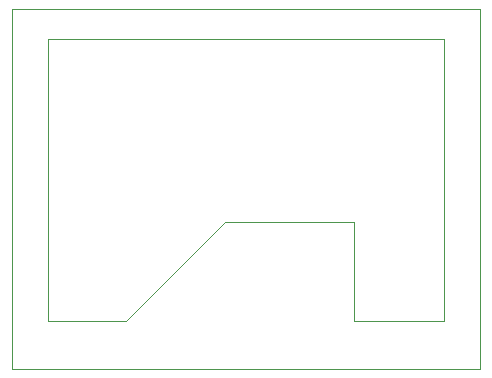
<source format=gm1>
G04 #@! TF.GenerationSoftware,KiCad,Pcbnew,6.0.0-rc1-unknown-r13375-f0c57176*
G04 #@! TF.CreationDate,2018-08-09T00:22:08-05:00*
G04 #@! TF.ProjectId,led_array,6C65645F61727261792E6B696361645F,1*
G04 #@! TF.SameCoordinates,PX7445a00PY7445a00*
G04 #@! TF.FileFunction,Profile,NP*
%FSLAX46Y46*%
G04 Gerber Fmt 4.6, Leading zero omitted, Abs format (unit mm)*
G04 Created by KiCad (PCBNEW 6.0.0-rc1-unknown-r13375-f0c57176) date Thu Aug  9 00:22:08 2018*
%MOMM*%
%LPD*%
G01*
G04 APERTURE LIST*
%ADD10C,0.120000*%
%ADD11C,0.050000*%
G04 APERTURE END LIST*
D10*
X28956000Y4064000D02*
X29972000Y4064000D01*
X28956000Y12446000D02*
X28956000Y4064000D01*
X18034000Y12446000D02*
X28956000Y12446000D01*
X9652000Y4064000D02*
X18034000Y12446000D01*
X3048000Y4064000D02*
X9652000Y4064000D01*
X3048000Y27940000D02*
X36576000Y27940000D01*
X3048000Y4064000D02*
X3048000Y27940000D01*
X36576000Y27940000D02*
X36576000Y4064000D01*
X36576000Y4064000D02*
X29972000Y4064000D01*
D11*
X39624000Y30480000D02*
X0Y30480000D01*
X39624000Y0D02*
X39624000Y30480000D01*
X0Y0D02*
X39624000Y0D01*
X0Y30480000D02*
X0Y0D01*
M02*

</source>
